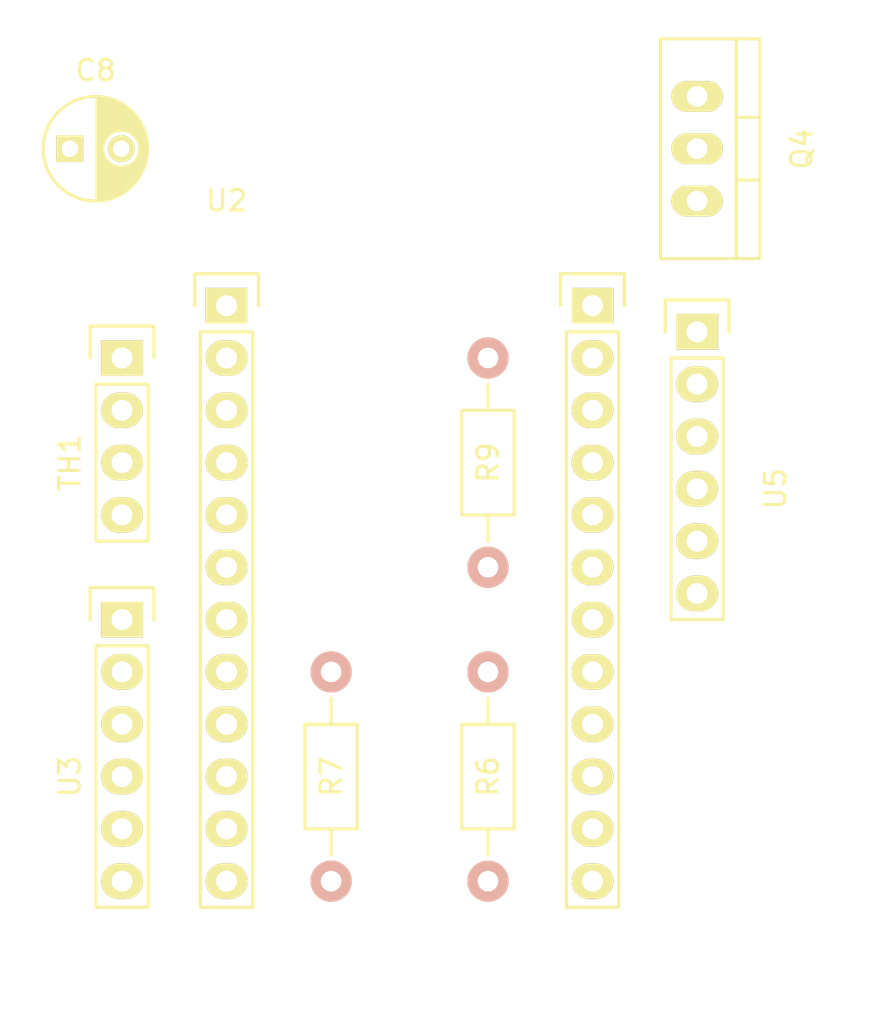
<source format=kicad_pcb>
(kicad_pcb (version 4) (host pcbnew 4.0.2-stable)

  (general
    (links 22)
    (no_connects 22)
    (area 0 0 0 0)
    (thickness 1.6)
    (drawings 0)
    (tracks 0)
    (zones 0)
    (modules 9)
    (nets 30)
  )

  (page A4)
  (title_block
    (title "Air quality sensors")
    (company sighmon)
  )

  (layers
    (0 F.Cu signal)
    (31 B.Cu signal)
    (32 B.Adhes user)
    (33 F.Adhes user)
    (34 B.Paste user)
    (35 F.Paste user)
    (36 B.SilkS user)
    (37 F.SilkS user)
    (38 B.Mask user)
    (39 F.Mask user)
    (40 Dwgs.User user)
    (41 Cmts.User user)
    (42 Eco1.User user)
    (43 Eco2.User user)
    (44 Edge.Cuts user)
    (45 Margin user)
    (46 B.CrtYd user)
    (47 F.CrtYd user)
    (48 B.Fab user)
    (49 F.Fab user)
  )

  (setup
    (last_trace_width 0.25)
    (trace_clearance 0.25)
    (zone_clearance 0.508)
    (zone_45_only no)
    (trace_min 0.2)
    (segment_width 0.2)
    (edge_width 0.15)
    (via_size 0.6)
    (via_drill 0.4)
    (via_min_size 0.4)
    (via_min_drill 0.3)
    (uvia_size 0.3)
    (uvia_drill 0.1)
    (uvias_allowed no)
    (uvia_min_size 0.2)
    (uvia_min_drill 0.1)
    (pcb_text_width 0.3)
    (pcb_text_size 1.5 1.5)
    (mod_edge_width 0.15)
    (mod_text_size 1 1)
    (mod_text_width 0.15)
    (pad_size 1.524 1.524)
    (pad_drill 0.762)
    (pad_to_mask_clearance 0.2)
    (aux_axis_origin 0 0)
    (visible_elements FFFFFF7F)
    (pcbplotparams
      (layerselection 0x00030_80000001)
      (usegerberextensions false)
      (excludeedgelayer true)
      (linewidth 0.100000)
      (plotframeref false)
      (viasonmask false)
      (mode 1)
      (useauxorigin false)
      (hpglpennumber 1)
      (hpglpenspeed 20)
      (hpglpendiameter 15)
      (hpglpenoverlay 2)
      (psnegative false)
      (psa4output false)
      (plotreference true)
      (plotvalue true)
      (plotinvisibletext false)
      (padsonsilk false)
      (subtractmaskfromsilk false)
      (outputformat 1)
      (mirror false)
      (drillshape 1)
      (scaleselection 1)
      (outputdirectory ""))
  )

  (net 0 "")
  (net 1 "Net-(C8-Pad1)")
  (net 2 GND)
  (net 3 "Net-(Q4-Pad2)")
  (net 4 "Net-(Q4-Pad1)")
  (net 5 "Net-(Q4-Pad3)")
  (net 6 "Net-(R6-Pad1)")
  (net 7 "Net-(R7-Pad1)")
  (net 8 "Net-(R7-Pad2)")
  (net 9 "Net-(R9-Pad2)")
  (net 10 "Net-(TH1-Pad3)")
  (net 11 "Net-(U2-Pad11)")
  (net 12 "Net-(U2-Pad10)")
  (net 13 "Net-(U2-Pad9)")
  (net 14 "Net-(U2-Pad8)")
  (net 15 "Net-(U2-Pad6)")
  (net 16 "Net-(U2-Pad5)")
  (net 17 "Net-(U2-Pad3)")
  (net 18 "Net-(U2-Pad2)")
  (net 19 "Net-(U2-Pad1)")
  (net 20 "Net-(U2-Pad24)")
  (net 21 "Net-(U2-Pad22)")
  (net 22 "Net-(U2-Pad20)")
  (net 23 "Net-(U2-Pad15)")
  (net 24 "Net-(U2-Pad16)")
  (net 25 "Net-(U2-Pad17)")
  (net 26 "Net-(U2-Pad18)")
  (net 27 "Net-(U2-Pad19)")
  (net 28 "Net-(U2-Pad21)")
  (net 29 "Net-(U2-Pad23)")

  (net_class Default "This is the default net class."
    (clearance 0.25)
    (trace_width 0.25)
    (via_dia 0.6)
    (via_drill 0.4)
    (uvia_dia 0.3)
    (uvia_drill 0.1)
    (add_net GND)
    (add_net "Net-(C8-Pad1)")
    (add_net "Net-(Q4-Pad1)")
    (add_net "Net-(Q4-Pad2)")
    (add_net "Net-(Q4-Pad3)")
    (add_net "Net-(R6-Pad1)")
    (add_net "Net-(R7-Pad1)")
    (add_net "Net-(R7-Pad2)")
    (add_net "Net-(R9-Pad2)")
    (add_net "Net-(TH1-Pad3)")
    (add_net "Net-(U2-Pad1)")
    (add_net "Net-(U2-Pad10)")
    (add_net "Net-(U2-Pad11)")
    (add_net "Net-(U2-Pad15)")
    (add_net "Net-(U2-Pad16)")
    (add_net "Net-(U2-Pad17)")
    (add_net "Net-(U2-Pad18)")
    (add_net "Net-(U2-Pad19)")
    (add_net "Net-(U2-Pad2)")
    (add_net "Net-(U2-Pad20)")
    (add_net "Net-(U2-Pad21)")
    (add_net "Net-(U2-Pad22)")
    (add_net "Net-(U2-Pad23)")
    (add_net "Net-(U2-Pad24)")
    (add_net "Net-(U2-Pad3)")
    (add_net "Net-(U2-Pad5)")
    (add_net "Net-(U2-Pad6)")
    (add_net "Net-(U2-Pad8)")
    (add_net "Net-(U2-Pad9)")
  )

  (module Resistors_ThroughHole:Resistor_Horizontal_RM10mm (layer F.Cu) (tedit 57987E0A) (tstamp 57931EFE)
    (at 175.26 81.28 270)
    (descr "Resistor, Axial,  RM 10mm, 1/3W")
    (tags "Resistor Axial RM 10mm 1/3W")
    (path /577393B5)
    (fp_text reference R9 (at 5.08 0 270) (layer F.SilkS)
      (effects (font (size 1 1) (thickness 0.15)))
    )
    (fp_text value R150 (at 0 2.54 270) (layer F.Fab)
      (effects (font (size 1 1) (thickness 0.15)))
    )
    (fp_line (start -1.25 -1.5) (end 11.4 -1.5) (layer F.CrtYd) (width 0.05))
    (fp_line (start -1.25 1.5) (end -1.25 -1.5) (layer F.CrtYd) (width 0.05))
    (fp_line (start 11.4 -1.5) (end 11.4 1.5) (layer F.CrtYd) (width 0.05))
    (fp_line (start -1.25 1.5) (end 11.4 1.5) (layer F.CrtYd) (width 0.05))
    (fp_line (start 2.54 -1.27) (end 7.62 -1.27) (layer F.SilkS) (width 0.15))
    (fp_line (start 7.62 -1.27) (end 7.62 1.27) (layer F.SilkS) (width 0.15))
    (fp_line (start 7.62 1.27) (end 2.54 1.27) (layer F.SilkS) (width 0.15))
    (fp_line (start 2.54 1.27) (end 2.54 -1.27) (layer F.SilkS) (width 0.15))
    (fp_line (start 2.54 0) (end 1.27 0) (layer F.SilkS) (width 0.15))
    (fp_line (start 7.62 0) (end 8.89 0) (layer F.SilkS) (width 0.15))
    (pad 1 thru_hole circle (at 0 0 270) (size 1.99898 1.99898) (drill 1.00076) (layers *.Cu *.SilkS *.Mask)
      (net 1 "Net-(C8-Pad1)"))
    (pad 2 thru_hole circle (at 10.16 0 270) (size 1.99898 1.99898) (drill 1.00076) (layers *.Cu *.SilkS *.Mask)
      (net 9 "Net-(R9-Pad2)"))
    (model Resistors_ThroughHole.3dshapes/Resistor_Horizontal_RM10mm.wrl
      (at (xyz 0.2 0 0))
      (scale (xyz 0.4 0.4 0.4))
      (rotate (xyz 0 0 0))
    )
  )

  (module Resistors_ThroughHole:Resistor_Horizontal_RM10mm (layer F.Cu) (tedit 57987DE4) (tstamp 57931ED7)
    (at 175.26 96.52 270)
    (descr "Resistor, Axial,  RM 10mm, 1/3W")
    (tags "Resistor Axial RM 10mm 1/3W")
    (path /57775D75)
    (fp_text reference R6 (at 5.08 0 270) (layer F.SilkS)
      (effects (font (size 1 1) (thickness 0.15)))
    )
    (fp_text value R20K (at 0 2.54 270) (layer F.Fab)
      (effects (font (size 1 1) (thickness 0.15)))
    )
    (fp_line (start -1.25 -1.5) (end 11.4 -1.5) (layer F.CrtYd) (width 0.05))
    (fp_line (start -1.25 1.5) (end -1.25 -1.5) (layer F.CrtYd) (width 0.05))
    (fp_line (start 11.4 -1.5) (end 11.4 1.5) (layer F.CrtYd) (width 0.05))
    (fp_line (start -1.25 1.5) (end 11.4 1.5) (layer F.CrtYd) (width 0.05))
    (fp_line (start 2.54 -1.27) (end 7.62 -1.27) (layer F.SilkS) (width 0.15))
    (fp_line (start 7.62 -1.27) (end 7.62 1.27) (layer F.SilkS) (width 0.15))
    (fp_line (start 7.62 1.27) (end 2.54 1.27) (layer F.SilkS) (width 0.15))
    (fp_line (start 2.54 1.27) (end 2.54 -1.27) (layer F.SilkS) (width 0.15))
    (fp_line (start 2.54 0) (end 1.27 0) (layer F.SilkS) (width 0.15))
    (fp_line (start 7.62 0) (end 8.89 0) (layer F.SilkS) (width 0.15))
    (pad 1 thru_hole circle (at 0 0 270) (size 1.99898 1.99898) (drill 1.00076) (layers *.Cu *.SilkS *.Mask)
      (net 6 "Net-(R6-Pad1)"))
    (pad 2 thru_hole circle (at 10.16 0 270) (size 1.99898 1.99898) (drill 1.00076) (layers *.Cu *.SilkS *.Mask)
      (net 2 GND))
    (model Resistors_ThroughHole.3dshapes/Resistor_Horizontal_RM10mm.wrl
      (at (xyz 0.2 0 0))
      (scale (xyz 0.4 0.4 0.4))
      (rotate (xyz 0 0 0))
    )
  )

  (module Resistors_ThroughHole:Resistor_Horizontal_RM10mm (layer F.Cu) (tedit 57987DFA) (tstamp 57931324)
    (at 167.64 96.52 270)
    (descr "Resistor, Axial,  RM 10mm, 1/3W")
    (tags "Resistor Axial RM 10mm 1/3W")
    (path /5773ACC3)
    (fp_text reference R7 (at 5.08 0 270) (layer F.SilkS)
      (effects (font (size 1 1) (thickness 0.15)))
    )
    (fp_text value R10K (at 0 2.54 270) (layer F.Fab)
      (effects (font (size 1 1) (thickness 0.15)))
    )
    (fp_line (start -1.25 -1.5) (end 11.4 -1.5) (layer F.CrtYd) (width 0.05))
    (fp_line (start -1.25 1.5) (end -1.25 -1.5) (layer F.CrtYd) (width 0.05))
    (fp_line (start 11.4 -1.5) (end 11.4 1.5) (layer F.CrtYd) (width 0.05))
    (fp_line (start -1.25 1.5) (end 11.4 1.5) (layer F.CrtYd) (width 0.05))
    (fp_line (start 2.54 -1.27) (end 7.62 -1.27) (layer F.SilkS) (width 0.15))
    (fp_line (start 7.62 -1.27) (end 7.62 1.27) (layer F.SilkS) (width 0.15))
    (fp_line (start 7.62 1.27) (end 2.54 1.27) (layer F.SilkS) (width 0.15))
    (fp_line (start 2.54 1.27) (end 2.54 -1.27) (layer F.SilkS) (width 0.15))
    (fp_line (start 2.54 0) (end 1.27 0) (layer F.SilkS) (width 0.15))
    (fp_line (start 7.62 0) (end 8.89 0) (layer F.SilkS) (width 0.15))
    (pad 1 thru_hole circle (at 0 0 270) (size 1.99898 1.99898) (drill 1.00076) (layers *.Cu *.SilkS *.Mask)
      (net 7 "Net-(R7-Pad1)"))
    (pad 2 thru_hole circle (at 10.16 0 270) (size 1.99898 1.99898) (drill 1.00076) (layers *.Cu *.SilkS *.Mask)
      (net 8 "Net-(R7-Pad2)"))
    (model Resistors_ThroughHole.3dshapes/Resistor_Horizontal_RM10mm.wrl
      (at (xyz 0.2 0 0))
      (scale (xyz 0.4 0.4 0.4))
      (rotate (xyz 0 0 0))
    )
  )

  (module TO_SOT_Packages_THT:TO-220_Neutral123_Vertical (layer F.Cu) (tedit 57987E57) (tstamp 57931635)
    (at 185.42 71.12 270)
    (descr "TO-220, Neutral, Vertical,")
    (tags "TO-220, Neutral, Vertical,")
    (path /5773B3DF)
    (fp_text reference Q4 (at 0 -5.08 270) (layer F.SilkS)
      (effects (font (size 1 1) (thickness 0.15)))
    )
    (fp_text value P_Channel_MOSFET (at 0 -7.62 270) (layer F.Fab)
      (effects (font (size 1 1) (thickness 0.15)))
    )
    (fp_line (start -1.524 -3.048) (end -1.524 -1.905) (layer F.SilkS) (width 0.15))
    (fp_line (start 1.524 -3.048) (end 1.524 -1.905) (layer F.SilkS) (width 0.15))
    (fp_line (start 5.334 -1.905) (end 5.334 1.778) (layer F.SilkS) (width 0.15))
    (fp_line (start 5.334 1.778) (end -5.334 1.778) (layer F.SilkS) (width 0.15))
    (fp_line (start -5.334 1.778) (end -5.334 -1.905) (layer F.SilkS) (width 0.15))
    (fp_line (start 5.334 -3.048) (end 5.334 -1.905) (layer F.SilkS) (width 0.15))
    (fp_line (start 5.334 -1.905) (end -5.334 -1.905) (layer F.SilkS) (width 0.15))
    (fp_line (start -5.334 -1.905) (end -5.334 -3.048) (layer F.SilkS) (width 0.15))
    (fp_line (start 0 -3.048) (end -5.334 -3.048) (layer F.SilkS) (width 0.15))
    (fp_line (start 0 -3.048) (end 5.334 -3.048) (layer F.SilkS) (width 0.15))
    (pad 2 thru_hole oval (at 0 0) (size 2.49936 1.50114) (drill 1.00076) (layers *.Cu *.Mask F.SilkS)
      (net 3 "Net-(Q4-Pad2)"))
    (pad 1 thru_hole oval (at -2.54 0) (size 2.49936 1.50114) (drill 1.00076) (layers *.Cu *.Mask F.SilkS)
      (net 4 "Net-(Q4-Pad1)"))
    (pad 3 thru_hole oval (at 2.54 0) (size 2.49936 1.50114) (drill 1.00076) (layers *.Cu *.Mask F.SilkS)
      (net 5 "Net-(Q4-Pad3)"))
    (model TO_SOT_Packages_THT.3dshapes/TO-220_Neutral123_Vertical.wrl
      (at (xyz 0 0 0))
      (scale (xyz 0.3937 0.3937 0.3937))
      (rotate (xyz 0 0 0))
    )
  )

  (module Pin_Headers:Pin_Header_Straight_1x04 (layer F.Cu) (tedit 57987D8C) (tstamp 57931A1A)
    (at 157.48 81.28)
    (descr "Through hole pin header")
    (tags "pin header")
    (path /576E2AD2)
    (fp_text reference TH1 (at -2.54 5.08 90) (layer F.SilkS)
      (effects (font (size 1 1) (thickness 0.15)))
    )
    (fp_text value DHT22_Temperature_Humidity (at -5.08 0 90) (layer F.Fab)
      (effects (font (size 1 1) (thickness 0.15)))
    )
    (fp_line (start -1.75 -1.75) (end -1.75 9.4) (layer F.CrtYd) (width 0.05))
    (fp_line (start 1.75 -1.75) (end 1.75 9.4) (layer F.CrtYd) (width 0.05))
    (fp_line (start -1.75 -1.75) (end 1.75 -1.75) (layer F.CrtYd) (width 0.05))
    (fp_line (start -1.75 9.4) (end 1.75 9.4) (layer F.CrtYd) (width 0.05))
    (fp_line (start -1.27 1.27) (end -1.27 8.89) (layer F.SilkS) (width 0.15))
    (fp_line (start 1.27 1.27) (end 1.27 8.89) (layer F.SilkS) (width 0.15))
    (fp_line (start 1.55 -1.55) (end 1.55 0) (layer F.SilkS) (width 0.15))
    (fp_line (start -1.27 8.89) (end 1.27 8.89) (layer F.SilkS) (width 0.15))
    (fp_line (start 1.27 1.27) (end -1.27 1.27) (layer F.SilkS) (width 0.15))
    (fp_line (start -1.55 0) (end -1.55 -1.55) (layer F.SilkS) (width 0.15))
    (fp_line (start -1.55 -1.55) (end 1.55 -1.55) (layer F.SilkS) (width 0.15))
    (pad 1 thru_hole rect (at 0 0) (size 2.032 1.7272) (drill 1.016) (layers *.Cu *.Mask F.SilkS)
      (net 9 "Net-(R9-Pad2)"))
    (pad 2 thru_hole oval (at 0 2.54) (size 2.032 1.7272) (drill 1.016) (layers *.Cu *.Mask F.SilkS)
      (net 8 "Net-(R7-Pad2)"))
    (pad 3 thru_hole oval (at 0 5.08) (size 2.032 1.7272) (drill 1.016) (layers *.Cu *.Mask F.SilkS)
      (net 10 "Net-(TH1-Pad3)"))
    (pad 4 thru_hole oval (at 0 7.62) (size 2.032 1.7272) (drill 1.016) (layers *.Cu *.Mask F.SilkS)
      (net 2 GND))
    (model Pin_Headers.3dshapes/Pin_Header_Straight_1x04.wrl
      (at (xyz 0 -0.15 0))
      (scale (xyz 1 1 1))
      (rotate (xyz 0 0 90))
    )
  )

  (module Pin_Headers:Pin_Header_Straight_1x06 (layer F.Cu) (tedit 57987D99) (tstamp 57931B82)
    (at 157.48 93.98)
    (descr "Through hole pin header")
    (tags "pin header")
    (path /576E3133)
    (fp_text reference U3 (at -2.54 7.62 90) (layer F.SilkS)
      (effects (font (size 1 1) (thickness 0.15)))
    )
    (fp_text value GP2Y10_Dust_Particulate (at -5.08 10.16 90) (layer F.Fab)
      (effects (font (size 1 1) (thickness 0.15)))
    )
    (fp_line (start -1.75 -1.75) (end -1.75 14.45) (layer F.CrtYd) (width 0.05))
    (fp_line (start 1.75 -1.75) (end 1.75 14.45) (layer F.CrtYd) (width 0.05))
    (fp_line (start -1.75 -1.75) (end 1.75 -1.75) (layer F.CrtYd) (width 0.05))
    (fp_line (start -1.75 14.45) (end 1.75 14.45) (layer F.CrtYd) (width 0.05))
    (fp_line (start 1.27 1.27) (end 1.27 13.97) (layer F.SilkS) (width 0.15))
    (fp_line (start 1.27 13.97) (end -1.27 13.97) (layer F.SilkS) (width 0.15))
    (fp_line (start -1.27 13.97) (end -1.27 1.27) (layer F.SilkS) (width 0.15))
    (fp_line (start 1.55 -1.55) (end 1.55 0) (layer F.SilkS) (width 0.15))
    (fp_line (start 1.27 1.27) (end -1.27 1.27) (layer F.SilkS) (width 0.15))
    (fp_line (start -1.55 0) (end -1.55 -1.55) (layer F.SilkS) (width 0.15))
    (fp_line (start -1.55 -1.55) (end 1.55 -1.55) (layer F.SilkS) (width 0.15))
    (pad 1 thru_hole rect (at 0 0) (size 2.032 1.7272) (drill 1.016) (layers *.Cu *.Mask F.SilkS)
      (net 1 "Net-(C8-Pad1)"))
    (pad 2 thru_hole oval (at 0 2.54) (size 2.032 1.7272) (drill 1.016) (layers *.Cu *.Mask F.SilkS)
      (net 2 GND))
    (pad 3 thru_hole oval (at 0 5.08) (size 2.032 1.7272) (drill 1.016) (layers *.Cu *.Mask F.SilkS)
      (net 20 "Net-(U2-Pad24)"))
    (pad 4 thru_hole oval (at 0 7.62) (size 2.032 1.7272) (drill 1.016) (layers *.Cu *.Mask F.SilkS)
      (net 2 GND))
    (pad 5 thru_hole oval (at 0 10.16) (size 2.032 1.7272) (drill 1.016) (layers *.Cu *.Mask F.SilkS)
      (net 21 "Net-(U2-Pad22)"))
    (pad 6 thru_hole oval (at 0 12.7) (size 2.032 1.7272) (drill 1.016) (layers *.Cu *.Mask F.SilkS)
      (net 9 "Net-(R9-Pad2)"))
    (model Pin_Headers.3dshapes/Pin_Header_Straight_1x06.wrl
      (at (xyz 0 -0.25 0))
      (scale (xyz 1 1 1))
      (rotate (xyz 0 0 90))
    )
  )

  (module Capacitors_ThroughHole:C_Radial_D5_L6_P2.5 (layer F.Cu) (tedit 57987E22) (tstamp 57932078)
    (at 154.94 71.12)
    (descr "Radial Electrolytic Capacitor Diameter 5mm x Length 6mm, Pitch 2.5mm")
    (tags "Electrolytic Capacitor")
    (path /57738F5C)
    (fp_text reference C8 (at 1.25 -3.8) (layer F.SilkS)
      (effects (font (size 1 1) (thickness 0.15)))
    )
    (fp_text value 220u (at 2.54 -5.08) (layer F.Fab)
      (effects (font (size 1 1) (thickness 0.15)))
    )
    (fp_line (start 1.325 -2.499) (end 1.325 2.499) (layer F.SilkS) (width 0.15))
    (fp_line (start 1.465 -2.491) (end 1.465 2.491) (layer F.SilkS) (width 0.15))
    (fp_line (start 1.605 -2.475) (end 1.605 -0.095) (layer F.SilkS) (width 0.15))
    (fp_line (start 1.605 0.095) (end 1.605 2.475) (layer F.SilkS) (width 0.15))
    (fp_line (start 1.745 -2.451) (end 1.745 -0.49) (layer F.SilkS) (width 0.15))
    (fp_line (start 1.745 0.49) (end 1.745 2.451) (layer F.SilkS) (width 0.15))
    (fp_line (start 1.885 -2.418) (end 1.885 -0.657) (layer F.SilkS) (width 0.15))
    (fp_line (start 1.885 0.657) (end 1.885 2.418) (layer F.SilkS) (width 0.15))
    (fp_line (start 2.025 -2.377) (end 2.025 -0.764) (layer F.SilkS) (width 0.15))
    (fp_line (start 2.025 0.764) (end 2.025 2.377) (layer F.SilkS) (width 0.15))
    (fp_line (start 2.165 -2.327) (end 2.165 -0.835) (layer F.SilkS) (width 0.15))
    (fp_line (start 2.165 0.835) (end 2.165 2.327) (layer F.SilkS) (width 0.15))
    (fp_line (start 2.305 -2.266) (end 2.305 -0.879) (layer F.SilkS) (width 0.15))
    (fp_line (start 2.305 0.879) (end 2.305 2.266) (layer F.SilkS) (width 0.15))
    (fp_line (start 2.445 -2.196) (end 2.445 -0.898) (layer F.SilkS) (width 0.15))
    (fp_line (start 2.445 0.898) (end 2.445 2.196) (layer F.SilkS) (width 0.15))
    (fp_line (start 2.585 -2.114) (end 2.585 -0.896) (layer F.SilkS) (width 0.15))
    (fp_line (start 2.585 0.896) (end 2.585 2.114) (layer F.SilkS) (width 0.15))
    (fp_line (start 2.725 -2.019) (end 2.725 -0.871) (layer F.SilkS) (width 0.15))
    (fp_line (start 2.725 0.871) (end 2.725 2.019) (layer F.SilkS) (width 0.15))
    (fp_line (start 2.865 -1.908) (end 2.865 -0.823) (layer F.SilkS) (width 0.15))
    (fp_line (start 2.865 0.823) (end 2.865 1.908) (layer F.SilkS) (width 0.15))
    (fp_line (start 3.005 -1.78) (end 3.005 -0.745) (layer F.SilkS) (width 0.15))
    (fp_line (start 3.005 0.745) (end 3.005 1.78) (layer F.SilkS) (width 0.15))
    (fp_line (start 3.145 -1.631) (end 3.145 -0.628) (layer F.SilkS) (width 0.15))
    (fp_line (start 3.145 0.628) (end 3.145 1.631) (layer F.SilkS) (width 0.15))
    (fp_line (start 3.285 -1.452) (end 3.285 -0.44) (layer F.SilkS) (width 0.15))
    (fp_line (start 3.285 0.44) (end 3.285 1.452) (layer F.SilkS) (width 0.15))
    (fp_line (start 3.425 -1.233) (end 3.425 1.233) (layer F.SilkS) (width 0.15))
    (fp_line (start 3.565 -0.944) (end 3.565 0.944) (layer F.SilkS) (width 0.15))
    (fp_line (start 3.705 -0.472) (end 3.705 0.472) (layer F.SilkS) (width 0.15))
    (fp_circle (center 2.5 0) (end 2.5 -0.9) (layer F.SilkS) (width 0.15))
    (fp_circle (center 1.25 0) (end 1.25 -2.5375) (layer F.SilkS) (width 0.15))
    (fp_circle (center 1.25 0) (end 1.25 -2.8) (layer F.CrtYd) (width 0.05))
    (pad 1 thru_hole rect (at 0 0) (size 1.3 1.3) (drill 0.8) (layers *.Cu *.Mask F.SilkS)
      (net 1 "Net-(C8-Pad1)"))
    (pad 2 thru_hole circle (at 2.5 0) (size 1.3 1.3) (drill 0.8) (layers *.Cu *.Mask F.SilkS)
      (net 2 GND))
    (model Capacitors_ThroughHole.3dshapes/C_Radial_D5_L6_P2.5.wrl
      (at (xyz 0.0492126 0 0))
      (scale (xyz 1 1 1))
      (rotate (xyz 0 0 90))
    )
  )

  (module RedbearDuo:RedbearDuo (layer F.Cu) (tedit 57988B2C) (tstamp 57989117)
    (at 162.56 78.74)
    (descr "Through hole pin header")
    (tags "pin header")
    (path /576E35B2)
    (fp_text reference U2 (at 0 -5.1) (layer F.SilkS)
      (effects (font (size 1 1) (thickness 0.15)))
    )
    (fp_text value Redbear_Duo (at 0 -3.1) (layer F.Fab)
      (effects (font (size 1 1) (thickness 0.15)))
    )
    (fp_line (start 16.23 -1.55) (end 19.33 -1.55) (layer F.SilkS) (width 0.15))
    (fp_line (start 16.23 0) (end 16.23 -1.55) (layer F.SilkS) (width 0.15))
    (fp_line (start 19.05 1.27) (end 16.51 1.27) (layer F.SilkS) (width 0.15))
    (fp_line (start 19.33 -1.55) (end 19.33 0) (layer F.SilkS) (width 0.15))
    (fp_line (start 16.51 29.21) (end 16.51 1.27) (layer F.SilkS) (width 0.15))
    (fp_line (start 19.05 29.21) (end 16.51 29.21) (layer F.SilkS) (width 0.15))
    (fp_line (start 19.05 1.27) (end 19.05 29.21) (layer F.SilkS) (width 0.15))
    (fp_line (start 16.03 29.7) (end 19.53 29.7) (layer F.CrtYd) (width 0.05))
    (fp_line (start 16.03 -1.75) (end 19.53 -1.75) (layer F.CrtYd) (width 0.05))
    (fp_line (start 19.53 -1.75) (end 19.53 29.7) (layer F.CrtYd) (width 0.05))
    (fp_line (start 16.03 -1.75) (end 16.03 29.7) (layer F.CrtYd) (width 0.05))
    (fp_line (start -1.75 -1.75) (end -1.75 29.7) (layer F.CrtYd) (width 0.05))
    (fp_line (start 1.75 -1.75) (end 1.75 29.7) (layer F.CrtYd) (width 0.05))
    (fp_line (start -1.75 -1.75) (end 1.75 -1.75) (layer F.CrtYd) (width 0.05))
    (fp_line (start -1.75 29.7) (end 1.75 29.7) (layer F.CrtYd) (width 0.05))
    (fp_line (start 1.27 1.27) (end 1.27 29.21) (layer F.SilkS) (width 0.15))
    (fp_line (start 1.27 29.21) (end -1.27 29.21) (layer F.SilkS) (width 0.15))
    (fp_line (start -1.27 29.21) (end -1.27 1.27) (layer F.SilkS) (width 0.15))
    (fp_line (start 1.55 -1.55) (end 1.55 0) (layer F.SilkS) (width 0.15))
    (fp_line (start 1.27 1.27) (end -1.27 1.27) (layer F.SilkS) (width 0.15))
    (fp_line (start -1.55 0) (end -1.55 -1.55) (layer F.SilkS) (width 0.15))
    (fp_line (start -1.55 -1.55) (end 1.55 -1.55) (layer F.SilkS) (width 0.15))
    (pad 13 thru_hole oval (at 17.78 27.94) (size 2.032 1.7272) (drill 1.016) (layers *.Cu *.Mask F.SilkS)
      (net 5 "Net-(Q4-Pad3)"))
    (pad 14 thru_hole oval (at 17.78 25.4) (size 2.032 1.7272) (drill 1.016) (layers *.Cu *.Mask F.SilkS)
      (net 2 GND))
    (pad 15 thru_hole oval (at 17.78 22.86) (size 2.032 1.7272) (drill 1.016) (layers *.Cu *.Mask F.SilkS)
      (net 23 "Net-(U2-Pad15)"))
    (pad 16 thru_hole oval (at 17.78 20.32) (size 2.032 1.7272) (drill 1.016) (layers *.Cu *.Mask F.SilkS)
      (net 24 "Net-(U2-Pad16)"))
    (pad 17 thru_hole oval (at 17.78 17.78) (size 2.032 1.7272) (drill 1.016) (layers *.Cu *.Mask F.SilkS)
      (net 25 "Net-(U2-Pad17)"))
    (pad 18 thru_hole oval (at 17.78 15.24) (size 2.032 1.7272) (drill 1.016) (layers *.Cu *.Mask F.SilkS)
      (net 26 "Net-(U2-Pad18)"))
    (pad 19 thru_hole oval (at 17.78 12.7) (size 2.032 1.7272) (drill 1.016) (layers *.Cu *.Mask F.SilkS)
      (net 27 "Net-(U2-Pad19)"))
    (pad 20 thru_hole oval (at 17.78 10.16) (size 2.032 1.7272) (drill 1.016) (layers *.Cu *.Mask F.SilkS)
      (net 22 "Net-(U2-Pad20)"))
    (pad 21 thru_hole oval (at 17.78 7.62) (size 2.032 1.7272) (drill 1.016) (layers *.Cu *.Mask F.SilkS)
      (net 28 "Net-(U2-Pad21)"))
    (pad 22 thru_hole oval (at 17.78 5.08) (size 2.032 1.7272) (drill 1.016) (layers *.Cu *.Mask F.SilkS)
      (net 21 "Net-(U2-Pad22)"))
    (pad 23 thru_hole oval (at 17.78 2.54) (size 2.032 1.7272) (drill 1.016) (layers *.Cu *.Mask F.SilkS)
      (net 29 "Net-(U2-Pad23)"))
    (pad 24 thru_hole rect (at 17.78 0) (size 2.032 1.7272) (drill 1.016) (layers *.Cu *.Mask F.SilkS)
      (net 20 "Net-(U2-Pad24)"))
    (pad 1 thru_hole rect (at 0 0) (size 2.032 1.7272) (drill 1.016) (layers *.Cu *.Mask F.SilkS)
      (net 19 "Net-(U2-Pad1)"))
    (pad 2 thru_hole oval (at 0 2.54) (size 2.032 1.7272) (drill 1.016) (layers *.Cu *.Mask F.SilkS)
      (net 18 "Net-(U2-Pad2)"))
    (pad 3 thru_hole oval (at 0 5.08) (size 2.032 1.7272) (drill 1.016) (layers *.Cu *.Mask F.SilkS)
      (net 17 "Net-(U2-Pad3)"))
    (pad 4 thru_hole oval (at 0 7.62) (size 2.032 1.7272) (drill 1.016) (layers *.Cu *.Mask F.SilkS)
      (net 4 "Net-(Q4-Pad1)"))
    (pad 5 thru_hole oval (at 0 10.16) (size 2.032 1.7272) (drill 1.016) (layers *.Cu *.Mask F.SilkS)
      (net 16 "Net-(U2-Pad5)"))
    (pad 6 thru_hole oval (at 0 12.7) (size 2.032 1.7272) (drill 1.016) (layers *.Cu *.Mask F.SilkS)
      (net 15 "Net-(U2-Pad6)"))
    (pad 7 thru_hole oval (at 0 15.24) (size 2.032 1.7272) (drill 1.016) (layers *.Cu *.Mask F.SilkS)
      (net 8 "Net-(R7-Pad2)"))
    (pad 8 thru_hole oval (at 0 17.78) (size 2.032 1.7272) (drill 1.016) (layers *.Cu *.Mask F.SilkS)
      (net 14 "Net-(U2-Pad8)"))
    (pad 9 thru_hole oval (at 0 20.32) (size 2.032 1.7272) (drill 1.016) (layers *.Cu *.Mask F.SilkS)
      (net 13 "Net-(U2-Pad9)"))
    (pad 10 thru_hole oval (at 0 22.86) (size 2.032 1.7272) (drill 1.016) (layers *.Cu *.Mask F.SilkS)
      (net 12 "Net-(U2-Pad10)"))
    (pad 11 thru_hole oval (at 0 25.4) (size 2.032 1.7272) (drill 1.016) (layers *.Cu *.Mask F.SilkS)
      (net 11 "Net-(U2-Pad11)"))
    (pad 12 thru_hole oval (at 0 27.94) (size 2.032 1.7272) (drill 1.016) (layers *.Cu *.Mask F.SilkS)
      (net 9 "Net-(R9-Pad2)"))
    (model Pin_Headers.3dshapes/Pin_Header_Straight_1x12.wrl
      (at (xyz 0 -0.55 0))
      (scale (xyz 1 1 1))
      (rotate (xyz 0 0 90))
    )
  )

  (module Pin_Headers:Pin_Header_Straight_1x06 (layer F.Cu) (tedit 57989254) (tstamp 5798917F)
    (at 185.42 80.01)
    (descr "Through hole pin header")
    (tags "pin header")
    (path /576E32E5)
    (fp_text reference U5 (at 3.81 7.62 90) (layer F.SilkS)
      (effects (font (size 1 1) (thickness 0.15)))
    )
    (fp_text value MQ-7_Carbon_Monoxide (at 6.35 7.62 90) (layer F.Fab)
      (effects (font (size 1 1) (thickness 0.15)))
    )
    (fp_line (start -1.75 -1.75) (end -1.75 14.45) (layer F.CrtYd) (width 0.05))
    (fp_line (start 1.75 -1.75) (end 1.75 14.45) (layer F.CrtYd) (width 0.05))
    (fp_line (start -1.75 -1.75) (end 1.75 -1.75) (layer F.CrtYd) (width 0.05))
    (fp_line (start -1.75 14.45) (end 1.75 14.45) (layer F.CrtYd) (width 0.05))
    (fp_line (start 1.27 1.27) (end 1.27 13.97) (layer F.SilkS) (width 0.15))
    (fp_line (start 1.27 13.97) (end -1.27 13.97) (layer F.SilkS) (width 0.15))
    (fp_line (start -1.27 13.97) (end -1.27 1.27) (layer F.SilkS) (width 0.15))
    (fp_line (start 1.55 -1.55) (end 1.55 0) (layer F.SilkS) (width 0.15))
    (fp_line (start 1.27 1.27) (end -1.27 1.27) (layer F.SilkS) (width 0.15))
    (fp_line (start -1.55 0) (end -1.55 -1.55) (layer F.SilkS) (width 0.15))
    (fp_line (start -1.55 -1.55) (end 1.55 -1.55) (layer F.SilkS) (width 0.15))
    (pad 1 thru_hole rect (at 0 0) (size 2.032 1.7272) (drill 1.016) (layers *.Cu *.Mask F.SilkS)
      (net 22 "Net-(U2-Pad20)"))
    (pad 2 thru_hole oval (at 0 2.54) (size 2.032 1.7272) (drill 1.016) (layers *.Cu *.Mask F.SilkS)
      (net 3 "Net-(Q4-Pad2)"))
    (pad 3 thru_hole oval (at 0 5.08) (size 2.032 1.7272) (drill 1.016) (layers *.Cu *.Mask F.SilkS)
      (net 22 "Net-(U2-Pad20)"))
    (pad 4 thru_hole oval (at 0 7.62) (size 2.032 1.7272) (drill 1.016) (layers *.Cu *.Mask F.SilkS)
      (net 9 "Net-(R9-Pad2)"))
    (pad 5 thru_hole oval (at 0 10.16) (size 2.032 1.7272) (drill 1.016) (layers *.Cu *.Mask F.SilkS)
      (net 2 GND))
    (pad 6 thru_hole oval (at 0 12.7) (size 2.032 1.7272) (drill 1.016) (layers *.Cu *.Mask F.SilkS)
      (net 9 "Net-(R9-Pad2)"))
    (model Pin_Headers.3dshapes/Pin_Header_Straight_1x06.wrl
      (at (xyz 0 -0.25 0))
      (scale (xyz 1 1 1))
      (rotate (xyz 0 0 90))
    )
  )

)

</source>
